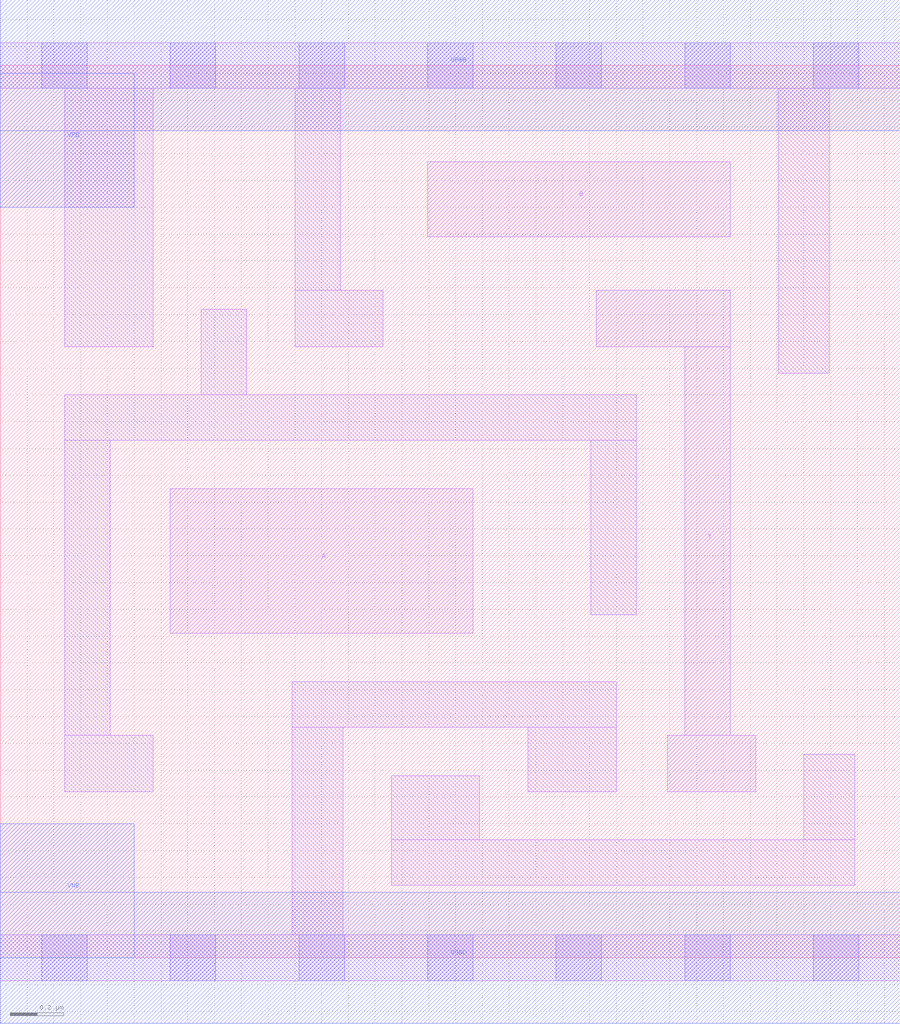
<source format=lef>
# Copyright 2020 The SkyWater PDK Authors
#
# Licensed under the Apache License, Version 2.0 (the "License");
# you may not use this file except in compliance with the License.
# You may obtain a copy of the License at
#
#     https://www.apache.org/licenses/LICENSE-2.0
#
# Unless required by applicable law or agreed to in writing, software
# distributed under the License is distributed on an "AS IS" BASIS,
# WITHOUT WARRANTIES OR CONDITIONS OF ANY KIND, either express or implied.
# See the License for the specific language governing permissions and
# limitations under the License.
#
# SPDX-License-Identifier: Apache-2.0

VERSION 5.5 ;
NAMESCASESENSITIVE ON ;
BUSBITCHARS "[]" ;
DIVIDERCHAR "/" ;
MACRO sky130_fd_sc_lp__xnor2_m
  CLASS CORE ;
  SOURCE USER ;
  ORIGIN  0.000000  0.000000 ;
  SIZE  3.360000 BY  3.330000 ;
  SYMMETRY X Y R90 ;
  SITE unit ;
  PIN A
    ANTENNAGATEAREA  0.252000 ;
    DIRECTION INPUT ;
    USE SIGNAL ;
    PORT
      LAYER li1 ;
        RECT 0.635000 1.210000 1.765000 1.750000 ;
    END
  END A
  PIN B
    ANTENNAGATEAREA  0.252000 ;
    DIRECTION INPUT ;
    USE SIGNAL ;
    PORT
      LAYER li1 ;
        RECT 1.595000 2.690000 2.725000 2.970000 ;
    END
  END B
  PIN Y
    ANTENNADIFFAREA  0.426300 ;
    DIRECTION OUTPUT ;
    USE SIGNAL ;
    PORT
      LAYER li1 ;
        RECT 2.225000 2.280000 2.725000 2.490000 ;
        RECT 2.490000 0.620000 2.820000 0.830000 ;
        RECT 2.555000 0.830000 2.725000 2.280000 ;
    END
  END Y
  PIN VGND
    DIRECTION INOUT ;
    USE GROUND ;
    PORT
      LAYER met1 ;
        RECT 0.000000 -0.245000 3.360000 0.245000 ;
    END
  END VGND
  PIN VNB
    DIRECTION INOUT ;
    USE GROUND ;
    PORT
    END
  END VNB
  PIN VPB
    DIRECTION INOUT ;
    USE POWER ;
    PORT
    END
  END VPB
  PIN VNB
    DIRECTION INOUT ;
    USE GROUND ;
    PORT
      LAYER met1 ;
        RECT 0.000000 0.000000 0.500000 0.500000 ;
    END
  END VNB
  PIN VPB
    DIRECTION INOUT ;
    USE POWER ;
    PORT
      LAYER met1 ;
        RECT 0.000000 2.800000 0.500000 3.300000 ;
    END
  END VPB
  PIN VPWR
    DIRECTION INOUT ;
    USE POWER ;
    PORT
      LAYER met1 ;
        RECT 0.000000 3.085000 3.360000 3.575000 ;
    END
  END VPWR
  OBS
    LAYER li1 ;
      RECT 0.000000 -0.085000 3.360000 0.085000 ;
      RECT 0.000000  3.245000 3.360000 3.415000 ;
      RECT 0.240000  0.620000 0.570000 0.830000 ;
      RECT 0.240000  0.830000 0.410000 1.930000 ;
      RECT 0.240000  1.930000 2.375000 2.100000 ;
      RECT 0.240000  2.280000 0.570000 3.245000 ;
      RECT 0.750000  2.100000 0.920000 2.420000 ;
      RECT 1.090000  0.085000 1.280000 0.860000 ;
      RECT 1.090000  0.860000 2.300000 1.030000 ;
      RECT 1.100000  2.280000 1.430000 2.490000 ;
      RECT 1.100000  2.490000 1.270000 3.245000 ;
      RECT 1.460000  0.270000 3.190000 0.440000 ;
      RECT 1.460000  0.440000 1.790000 0.680000 ;
      RECT 1.970000  0.620000 2.300000 0.860000 ;
      RECT 2.205000  1.280000 2.375000 1.930000 ;
      RECT 2.905000  2.180000 3.095000 3.245000 ;
      RECT 3.000000  0.440000 3.190000 0.760000 ;
    LAYER mcon ;
      RECT 0.155000 -0.085000 0.325000 0.085000 ;
      RECT 0.155000  3.245000 0.325000 3.415000 ;
      RECT 0.635000 -0.085000 0.805000 0.085000 ;
      RECT 0.635000  3.245000 0.805000 3.415000 ;
      RECT 1.115000 -0.085000 1.285000 0.085000 ;
      RECT 1.115000  3.245000 1.285000 3.415000 ;
      RECT 1.595000 -0.085000 1.765000 0.085000 ;
      RECT 1.595000  3.245000 1.765000 3.415000 ;
      RECT 2.075000 -0.085000 2.245000 0.085000 ;
      RECT 2.075000  3.245000 2.245000 3.415000 ;
      RECT 2.555000 -0.085000 2.725000 0.085000 ;
      RECT 2.555000  3.245000 2.725000 3.415000 ;
      RECT 3.035000 -0.085000 3.205000 0.085000 ;
      RECT 3.035000  3.245000 3.205000 3.415000 ;
  END
END sky130_fd_sc_lp__xnor2_m
END LIBRARY

</source>
